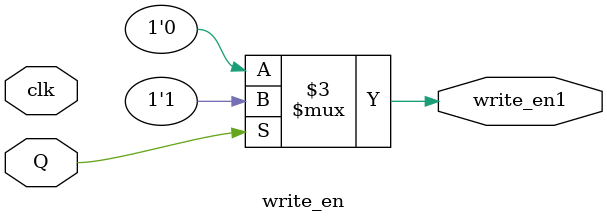
<source format=v>
`timescale 1ns / 1ps


module write_en(
    input clk,
    input Q,
    output reg write_en1
    );
    always @( clk) begin // before, write_en was invalid at some points because it always followed the last flip flop 
        if (Q) begin
            write_en1 = 1;
        end else begin
            write_en1 = 0;
        end
    end
endmodule

</source>
